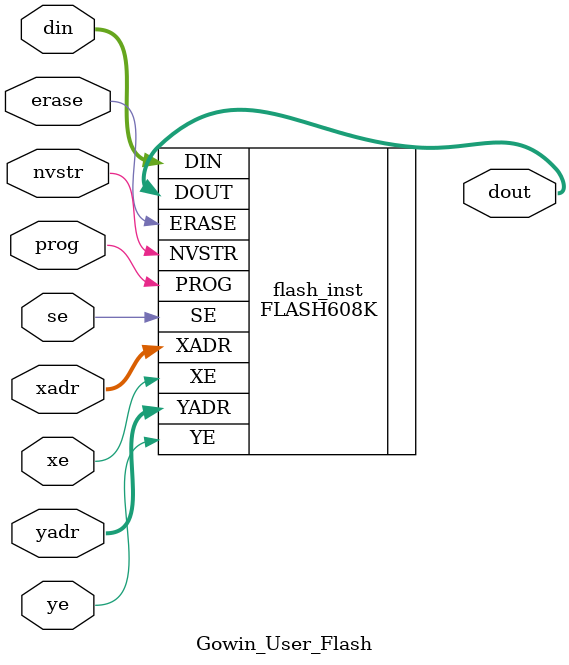
<source format=v>

module Gowin_User_Flash (dout, xe, ye, se, prog, erase, nvstr, xadr, yadr, din);

output [31:0] dout;
input xe;
input ye;
input se;
input prog;
input erase;
input nvstr;
input [8:0] xadr;
input [5:0] yadr;
input [31:0] din;

FLASH608K flash_inst (
    .DOUT(dout),
    .XE(xe),
    .YE(ye),
    .SE(se),
    .PROG(prog),
    .ERASE(erase),
    .NVSTR(nvstr),
    .XADR(xadr),
    .YADR(yadr),
    .DIN(din)
);

endmodule //Gowin_User_Flash

</source>
